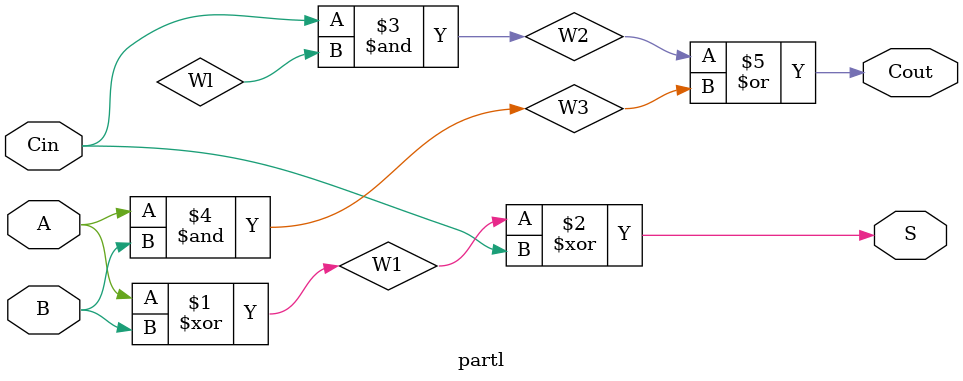
<source format=v>
module partl(
  input A, B, Cin, 
  output S, Cout
) ;
  wire W1,W2,W3; 
  xor G1 (W1,A,B);
  xor G2 (S,W1,Cin);
  and G3 (W2,Cin, Wl); 
  and G4 (W3,A,B); 
  or G5 (Cout,W2,W3);
endmodule

</source>
